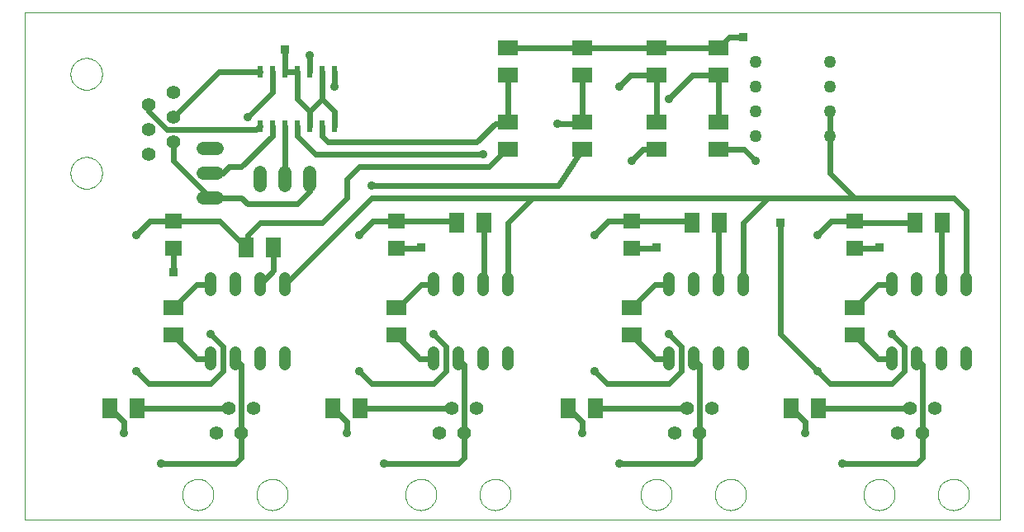
<source format=gtl>
G75*
G70*
%OFA0B0*%
%FSLAX24Y24*%
%IPPOS*%
%LPD*%
%AMOC8*
5,1,8,0,0,1.08239X$1,22.5*
%
%ADD10C,0.0000*%
%ADD11C,0.0480*%
%ADD12R,0.0787X0.0630*%
%ADD13R,0.0630X0.0787*%
%ADD14R,0.0709X0.0630*%
%ADD15C,0.0551*%
%ADD16C,0.0560*%
%ADD17C,0.0500*%
%ADD18C,0.0540*%
%ADD19R,0.0236X0.0472*%
%ADD20C,0.0240*%
%ADD21R,0.0356X0.0356*%
%ADD22C,0.0356*%
D10*
X000704Y003195D02*
X000704Y023691D01*
X040074Y023691D01*
X040074Y003195D01*
X000704Y003195D01*
X007074Y004195D02*
X007076Y004245D01*
X007082Y004295D01*
X007092Y004344D01*
X007106Y004392D01*
X007123Y004439D01*
X007144Y004484D01*
X007169Y004528D01*
X007197Y004569D01*
X007229Y004608D01*
X007263Y004645D01*
X007300Y004679D01*
X007340Y004709D01*
X007382Y004736D01*
X007426Y004760D01*
X007472Y004781D01*
X007519Y004797D01*
X007567Y004810D01*
X007617Y004819D01*
X007666Y004824D01*
X007717Y004825D01*
X007767Y004822D01*
X007816Y004815D01*
X007865Y004804D01*
X007913Y004789D01*
X007959Y004771D01*
X008004Y004749D01*
X008047Y004723D01*
X008088Y004694D01*
X008127Y004662D01*
X008163Y004627D01*
X008195Y004589D01*
X008225Y004549D01*
X008252Y004506D01*
X008275Y004462D01*
X008294Y004416D01*
X008310Y004368D01*
X008322Y004319D01*
X008330Y004270D01*
X008334Y004220D01*
X008334Y004170D01*
X008330Y004120D01*
X008322Y004071D01*
X008310Y004022D01*
X008294Y003974D01*
X008275Y003928D01*
X008252Y003884D01*
X008225Y003841D01*
X008195Y003801D01*
X008163Y003763D01*
X008127Y003728D01*
X008088Y003696D01*
X008047Y003667D01*
X008004Y003641D01*
X007959Y003619D01*
X007913Y003601D01*
X007865Y003586D01*
X007816Y003575D01*
X007767Y003568D01*
X007717Y003565D01*
X007666Y003566D01*
X007617Y003571D01*
X007567Y003580D01*
X007519Y003593D01*
X007472Y003609D01*
X007426Y003630D01*
X007382Y003654D01*
X007340Y003681D01*
X007300Y003711D01*
X007263Y003745D01*
X007229Y003782D01*
X007197Y003821D01*
X007169Y003862D01*
X007144Y003906D01*
X007123Y003951D01*
X007106Y003998D01*
X007092Y004046D01*
X007082Y004095D01*
X007076Y004145D01*
X007074Y004195D01*
X010074Y004195D02*
X010076Y004245D01*
X010082Y004295D01*
X010092Y004344D01*
X010106Y004392D01*
X010123Y004439D01*
X010144Y004484D01*
X010169Y004528D01*
X010197Y004569D01*
X010229Y004608D01*
X010263Y004645D01*
X010300Y004679D01*
X010340Y004709D01*
X010382Y004736D01*
X010426Y004760D01*
X010472Y004781D01*
X010519Y004797D01*
X010567Y004810D01*
X010617Y004819D01*
X010666Y004824D01*
X010717Y004825D01*
X010767Y004822D01*
X010816Y004815D01*
X010865Y004804D01*
X010913Y004789D01*
X010959Y004771D01*
X011004Y004749D01*
X011047Y004723D01*
X011088Y004694D01*
X011127Y004662D01*
X011163Y004627D01*
X011195Y004589D01*
X011225Y004549D01*
X011252Y004506D01*
X011275Y004462D01*
X011294Y004416D01*
X011310Y004368D01*
X011322Y004319D01*
X011330Y004270D01*
X011334Y004220D01*
X011334Y004170D01*
X011330Y004120D01*
X011322Y004071D01*
X011310Y004022D01*
X011294Y003974D01*
X011275Y003928D01*
X011252Y003884D01*
X011225Y003841D01*
X011195Y003801D01*
X011163Y003763D01*
X011127Y003728D01*
X011088Y003696D01*
X011047Y003667D01*
X011004Y003641D01*
X010959Y003619D01*
X010913Y003601D01*
X010865Y003586D01*
X010816Y003575D01*
X010767Y003568D01*
X010717Y003565D01*
X010666Y003566D01*
X010617Y003571D01*
X010567Y003580D01*
X010519Y003593D01*
X010472Y003609D01*
X010426Y003630D01*
X010382Y003654D01*
X010340Y003681D01*
X010300Y003711D01*
X010263Y003745D01*
X010229Y003782D01*
X010197Y003821D01*
X010169Y003862D01*
X010144Y003906D01*
X010123Y003951D01*
X010106Y003998D01*
X010092Y004046D01*
X010082Y004095D01*
X010076Y004145D01*
X010074Y004195D01*
X016074Y004195D02*
X016076Y004245D01*
X016082Y004295D01*
X016092Y004344D01*
X016106Y004392D01*
X016123Y004439D01*
X016144Y004484D01*
X016169Y004528D01*
X016197Y004569D01*
X016229Y004608D01*
X016263Y004645D01*
X016300Y004679D01*
X016340Y004709D01*
X016382Y004736D01*
X016426Y004760D01*
X016472Y004781D01*
X016519Y004797D01*
X016567Y004810D01*
X016617Y004819D01*
X016666Y004824D01*
X016717Y004825D01*
X016767Y004822D01*
X016816Y004815D01*
X016865Y004804D01*
X016913Y004789D01*
X016959Y004771D01*
X017004Y004749D01*
X017047Y004723D01*
X017088Y004694D01*
X017127Y004662D01*
X017163Y004627D01*
X017195Y004589D01*
X017225Y004549D01*
X017252Y004506D01*
X017275Y004462D01*
X017294Y004416D01*
X017310Y004368D01*
X017322Y004319D01*
X017330Y004270D01*
X017334Y004220D01*
X017334Y004170D01*
X017330Y004120D01*
X017322Y004071D01*
X017310Y004022D01*
X017294Y003974D01*
X017275Y003928D01*
X017252Y003884D01*
X017225Y003841D01*
X017195Y003801D01*
X017163Y003763D01*
X017127Y003728D01*
X017088Y003696D01*
X017047Y003667D01*
X017004Y003641D01*
X016959Y003619D01*
X016913Y003601D01*
X016865Y003586D01*
X016816Y003575D01*
X016767Y003568D01*
X016717Y003565D01*
X016666Y003566D01*
X016617Y003571D01*
X016567Y003580D01*
X016519Y003593D01*
X016472Y003609D01*
X016426Y003630D01*
X016382Y003654D01*
X016340Y003681D01*
X016300Y003711D01*
X016263Y003745D01*
X016229Y003782D01*
X016197Y003821D01*
X016169Y003862D01*
X016144Y003906D01*
X016123Y003951D01*
X016106Y003998D01*
X016092Y004046D01*
X016082Y004095D01*
X016076Y004145D01*
X016074Y004195D01*
X019074Y004195D02*
X019076Y004245D01*
X019082Y004295D01*
X019092Y004344D01*
X019106Y004392D01*
X019123Y004439D01*
X019144Y004484D01*
X019169Y004528D01*
X019197Y004569D01*
X019229Y004608D01*
X019263Y004645D01*
X019300Y004679D01*
X019340Y004709D01*
X019382Y004736D01*
X019426Y004760D01*
X019472Y004781D01*
X019519Y004797D01*
X019567Y004810D01*
X019617Y004819D01*
X019666Y004824D01*
X019717Y004825D01*
X019767Y004822D01*
X019816Y004815D01*
X019865Y004804D01*
X019913Y004789D01*
X019959Y004771D01*
X020004Y004749D01*
X020047Y004723D01*
X020088Y004694D01*
X020127Y004662D01*
X020163Y004627D01*
X020195Y004589D01*
X020225Y004549D01*
X020252Y004506D01*
X020275Y004462D01*
X020294Y004416D01*
X020310Y004368D01*
X020322Y004319D01*
X020330Y004270D01*
X020334Y004220D01*
X020334Y004170D01*
X020330Y004120D01*
X020322Y004071D01*
X020310Y004022D01*
X020294Y003974D01*
X020275Y003928D01*
X020252Y003884D01*
X020225Y003841D01*
X020195Y003801D01*
X020163Y003763D01*
X020127Y003728D01*
X020088Y003696D01*
X020047Y003667D01*
X020004Y003641D01*
X019959Y003619D01*
X019913Y003601D01*
X019865Y003586D01*
X019816Y003575D01*
X019767Y003568D01*
X019717Y003565D01*
X019666Y003566D01*
X019617Y003571D01*
X019567Y003580D01*
X019519Y003593D01*
X019472Y003609D01*
X019426Y003630D01*
X019382Y003654D01*
X019340Y003681D01*
X019300Y003711D01*
X019263Y003745D01*
X019229Y003782D01*
X019197Y003821D01*
X019169Y003862D01*
X019144Y003906D01*
X019123Y003951D01*
X019106Y003998D01*
X019092Y004046D01*
X019082Y004095D01*
X019076Y004145D01*
X019074Y004195D01*
X025574Y004195D02*
X025576Y004245D01*
X025582Y004295D01*
X025592Y004344D01*
X025606Y004392D01*
X025623Y004439D01*
X025644Y004484D01*
X025669Y004528D01*
X025697Y004569D01*
X025729Y004608D01*
X025763Y004645D01*
X025800Y004679D01*
X025840Y004709D01*
X025882Y004736D01*
X025926Y004760D01*
X025972Y004781D01*
X026019Y004797D01*
X026067Y004810D01*
X026117Y004819D01*
X026166Y004824D01*
X026217Y004825D01*
X026267Y004822D01*
X026316Y004815D01*
X026365Y004804D01*
X026413Y004789D01*
X026459Y004771D01*
X026504Y004749D01*
X026547Y004723D01*
X026588Y004694D01*
X026627Y004662D01*
X026663Y004627D01*
X026695Y004589D01*
X026725Y004549D01*
X026752Y004506D01*
X026775Y004462D01*
X026794Y004416D01*
X026810Y004368D01*
X026822Y004319D01*
X026830Y004270D01*
X026834Y004220D01*
X026834Y004170D01*
X026830Y004120D01*
X026822Y004071D01*
X026810Y004022D01*
X026794Y003974D01*
X026775Y003928D01*
X026752Y003884D01*
X026725Y003841D01*
X026695Y003801D01*
X026663Y003763D01*
X026627Y003728D01*
X026588Y003696D01*
X026547Y003667D01*
X026504Y003641D01*
X026459Y003619D01*
X026413Y003601D01*
X026365Y003586D01*
X026316Y003575D01*
X026267Y003568D01*
X026217Y003565D01*
X026166Y003566D01*
X026117Y003571D01*
X026067Y003580D01*
X026019Y003593D01*
X025972Y003609D01*
X025926Y003630D01*
X025882Y003654D01*
X025840Y003681D01*
X025800Y003711D01*
X025763Y003745D01*
X025729Y003782D01*
X025697Y003821D01*
X025669Y003862D01*
X025644Y003906D01*
X025623Y003951D01*
X025606Y003998D01*
X025592Y004046D01*
X025582Y004095D01*
X025576Y004145D01*
X025574Y004195D01*
X028574Y004195D02*
X028576Y004245D01*
X028582Y004295D01*
X028592Y004344D01*
X028606Y004392D01*
X028623Y004439D01*
X028644Y004484D01*
X028669Y004528D01*
X028697Y004569D01*
X028729Y004608D01*
X028763Y004645D01*
X028800Y004679D01*
X028840Y004709D01*
X028882Y004736D01*
X028926Y004760D01*
X028972Y004781D01*
X029019Y004797D01*
X029067Y004810D01*
X029117Y004819D01*
X029166Y004824D01*
X029217Y004825D01*
X029267Y004822D01*
X029316Y004815D01*
X029365Y004804D01*
X029413Y004789D01*
X029459Y004771D01*
X029504Y004749D01*
X029547Y004723D01*
X029588Y004694D01*
X029627Y004662D01*
X029663Y004627D01*
X029695Y004589D01*
X029725Y004549D01*
X029752Y004506D01*
X029775Y004462D01*
X029794Y004416D01*
X029810Y004368D01*
X029822Y004319D01*
X029830Y004270D01*
X029834Y004220D01*
X029834Y004170D01*
X029830Y004120D01*
X029822Y004071D01*
X029810Y004022D01*
X029794Y003974D01*
X029775Y003928D01*
X029752Y003884D01*
X029725Y003841D01*
X029695Y003801D01*
X029663Y003763D01*
X029627Y003728D01*
X029588Y003696D01*
X029547Y003667D01*
X029504Y003641D01*
X029459Y003619D01*
X029413Y003601D01*
X029365Y003586D01*
X029316Y003575D01*
X029267Y003568D01*
X029217Y003565D01*
X029166Y003566D01*
X029117Y003571D01*
X029067Y003580D01*
X029019Y003593D01*
X028972Y003609D01*
X028926Y003630D01*
X028882Y003654D01*
X028840Y003681D01*
X028800Y003711D01*
X028763Y003745D01*
X028729Y003782D01*
X028697Y003821D01*
X028669Y003862D01*
X028644Y003906D01*
X028623Y003951D01*
X028606Y003998D01*
X028592Y004046D01*
X028582Y004095D01*
X028576Y004145D01*
X028574Y004195D01*
X034574Y004195D02*
X034576Y004245D01*
X034582Y004295D01*
X034592Y004344D01*
X034606Y004392D01*
X034623Y004439D01*
X034644Y004484D01*
X034669Y004528D01*
X034697Y004569D01*
X034729Y004608D01*
X034763Y004645D01*
X034800Y004679D01*
X034840Y004709D01*
X034882Y004736D01*
X034926Y004760D01*
X034972Y004781D01*
X035019Y004797D01*
X035067Y004810D01*
X035117Y004819D01*
X035166Y004824D01*
X035217Y004825D01*
X035267Y004822D01*
X035316Y004815D01*
X035365Y004804D01*
X035413Y004789D01*
X035459Y004771D01*
X035504Y004749D01*
X035547Y004723D01*
X035588Y004694D01*
X035627Y004662D01*
X035663Y004627D01*
X035695Y004589D01*
X035725Y004549D01*
X035752Y004506D01*
X035775Y004462D01*
X035794Y004416D01*
X035810Y004368D01*
X035822Y004319D01*
X035830Y004270D01*
X035834Y004220D01*
X035834Y004170D01*
X035830Y004120D01*
X035822Y004071D01*
X035810Y004022D01*
X035794Y003974D01*
X035775Y003928D01*
X035752Y003884D01*
X035725Y003841D01*
X035695Y003801D01*
X035663Y003763D01*
X035627Y003728D01*
X035588Y003696D01*
X035547Y003667D01*
X035504Y003641D01*
X035459Y003619D01*
X035413Y003601D01*
X035365Y003586D01*
X035316Y003575D01*
X035267Y003568D01*
X035217Y003565D01*
X035166Y003566D01*
X035117Y003571D01*
X035067Y003580D01*
X035019Y003593D01*
X034972Y003609D01*
X034926Y003630D01*
X034882Y003654D01*
X034840Y003681D01*
X034800Y003711D01*
X034763Y003745D01*
X034729Y003782D01*
X034697Y003821D01*
X034669Y003862D01*
X034644Y003906D01*
X034623Y003951D01*
X034606Y003998D01*
X034592Y004046D01*
X034582Y004095D01*
X034576Y004145D01*
X034574Y004195D01*
X037574Y004195D02*
X037576Y004245D01*
X037582Y004295D01*
X037592Y004344D01*
X037606Y004392D01*
X037623Y004439D01*
X037644Y004484D01*
X037669Y004528D01*
X037697Y004569D01*
X037729Y004608D01*
X037763Y004645D01*
X037800Y004679D01*
X037840Y004709D01*
X037882Y004736D01*
X037926Y004760D01*
X037972Y004781D01*
X038019Y004797D01*
X038067Y004810D01*
X038117Y004819D01*
X038166Y004824D01*
X038217Y004825D01*
X038267Y004822D01*
X038316Y004815D01*
X038365Y004804D01*
X038413Y004789D01*
X038459Y004771D01*
X038504Y004749D01*
X038547Y004723D01*
X038588Y004694D01*
X038627Y004662D01*
X038663Y004627D01*
X038695Y004589D01*
X038725Y004549D01*
X038752Y004506D01*
X038775Y004462D01*
X038794Y004416D01*
X038810Y004368D01*
X038822Y004319D01*
X038830Y004270D01*
X038834Y004220D01*
X038834Y004170D01*
X038830Y004120D01*
X038822Y004071D01*
X038810Y004022D01*
X038794Y003974D01*
X038775Y003928D01*
X038752Y003884D01*
X038725Y003841D01*
X038695Y003801D01*
X038663Y003763D01*
X038627Y003728D01*
X038588Y003696D01*
X038547Y003667D01*
X038504Y003641D01*
X038459Y003619D01*
X038413Y003601D01*
X038365Y003586D01*
X038316Y003575D01*
X038267Y003568D01*
X038217Y003565D01*
X038166Y003566D01*
X038117Y003571D01*
X038067Y003580D01*
X038019Y003593D01*
X037972Y003609D01*
X037926Y003630D01*
X037882Y003654D01*
X037840Y003681D01*
X037800Y003711D01*
X037763Y003745D01*
X037729Y003782D01*
X037697Y003821D01*
X037669Y003862D01*
X037644Y003906D01*
X037623Y003951D01*
X037606Y003998D01*
X037592Y004046D01*
X037582Y004095D01*
X037576Y004145D01*
X037574Y004195D01*
X002564Y017195D02*
X002566Y017245D01*
X002572Y017295D01*
X002582Y017344D01*
X002595Y017393D01*
X002613Y017440D01*
X002634Y017486D01*
X002658Y017529D01*
X002686Y017571D01*
X002717Y017611D01*
X002751Y017648D01*
X002788Y017682D01*
X002828Y017713D01*
X002870Y017741D01*
X002913Y017765D01*
X002959Y017786D01*
X003006Y017804D01*
X003055Y017817D01*
X003104Y017827D01*
X003154Y017833D01*
X003204Y017835D01*
X003254Y017833D01*
X003304Y017827D01*
X003353Y017817D01*
X003402Y017804D01*
X003449Y017786D01*
X003495Y017765D01*
X003538Y017741D01*
X003580Y017713D01*
X003620Y017682D01*
X003657Y017648D01*
X003691Y017611D01*
X003722Y017571D01*
X003750Y017529D01*
X003774Y017486D01*
X003795Y017440D01*
X003813Y017393D01*
X003826Y017344D01*
X003836Y017295D01*
X003842Y017245D01*
X003844Y017195D01*
X003842Y017145D01*
X003836Y017095D01*
X003826Y017046D01*
X003813Y016997D01*
X003795Y016950D01*
X003774Y016904D01*
X003750Y016861D01*
X003722Y016819D01*
X003691Y016779D01*
X003657Y016742D01*
X003620Y016708D01*
X003580Y016677D01*
X003538Y016649D01*
X003495Y016625D01*
X003449Y016604D01*
X003402Y016586D01*
X003353Y016573D01*
X003304Y016563D01*
X003254Y016557D01*
X003204Y016555D01*
X003154Y016557D01*
X003104Y016563D01*
X003055Y016573D01*
X003006Y016586D01*
X002959Y016604D01*
X002913Y016625D01*
X002870Y016649D01*
X002828Y016677D01*
X002788Y016708D01*
X002751Y016742D01*
X002717Y016779D01*
X002686Y016819D01*
X002658Y016861D01*
X002634Y016904D01*
X002613Y016950D01*
X002595Y016997D01*
X002582Y017046D01*
X002572Y017095D01*
X002566Y017145D01*
X002564Y017195D01*
X002564Y021195D02*
X002566Y021245D01*
X002572Y021295D01*
X002582Y021344D01*
X002595Y021393D01*
X002613Y021440D01*
X002634Y021486D01*
X002658Y021529D01*
X002686Y021571D01*
X002717Y021611D01*
X002751Y021648D01*
X002788Y021682D01*
X002828Y021713D01*
X002870Y021741D01*
X002913Y021765D01*
X002959Y021786D01*
X003006Y021804D01*
X003055Y021817D01*
X003104Y021827D01*
X003154Y021833D01*
X003204Y021835D01*
X003254Y021833D01*
X003304Y021827D01*
X003353Y021817D01*
X003402Y021804D01*
X003449Y021786D01*
X003495Y021765D01*
X003538Y021741D01*
X003580Y021713D01*
X003620Y021682D01*
X003657Y021648D01*
X003691Y021611D01*
X003722Y021571D01*
X003750Y021529D01*
X003774Y021486D01*
X003795Y021440D01*
X003813Y021393D01*
X003826Y021344D01*
X003836Y021295D01*
X003842Y021245D01*
X003844Y021195D01*
X003842Y021145D01*
X003836Y021095D01*
X003826Y021046D01*
X003813Y020997D01*
X003795Y020950D01*
X003774Y020904D01*
X003750Y020861D01*
X003722Y020819D01*
X003691Y020779D01*
X003657Y020742D01*
X003620Y020708D01*
X003580Y020677D01*
X003538Y020649D01*
X003495Y020625D01*
X003449Y020604D01*
X003402Y020586D01*
X003353Y020573D01*
X003304Y020563D01*
X003254Y020557D01*
X003204Y020555D01*
X003154Y020557D01*
X003104Y020563D01*
X003055Y020573D01*
X003006Y020586D01*
X002959Y020604D01*
X002913Y020625D01*
X002870Y020649D01*
X002828Y020677D01*
X002788Y020708D01*
X002751Y020742D01*
X002717Y020779D01*
X002686Y020819D01*
X002658Y020861D01*
X002634Y020904D01*
X002613Y020950D01*
X002595Y020997D01*
X002582Y021046D01*
X002572Y021095D01*
X002566Y021145D01*
X002564Y021195D01*
D11*
X008204Y012935D02*
X008204Y012455D01*
X009204Y012455D02*
X009204Y012935D01*
X010204Y012935D02*
X010204Y012455D01*
X011204Y012455D02*
X011204Y012935D01*
X011204Y009935D02*
X011204Y009455D01*
X010204Y009455D02*
X010204Y009935D01*
X009204Y009935D02*
X009204Y009455D01*
X008204Y009455D02*
X008204Y009935D01*
X017204Y009935D02*
X017204Y009455D01*
X018204Y009455D02*
X018204Y009935D01*
X019204Y009935D02*
X019204Y009455D01*
X020204Y009455D02*
X020204Y009935D01*
X020204Y012455D02*
X020204Y012935D01*
X019204Y012935D02*
X019204Y012455D01*
X018204Y012455D02*
X018204Y012935D01*
X017204Y012935D02*
X017204Y012455D01*
X026704Y012455D02*
X026704Y012935D01*
X027704Y012935D02*
X027704Y012455D01*
X028704Y012455D02*
X028704Y012935D01*
X029704Y012935D02*
X029704Y012455D01*
X029704Y009935D02*
X029704Y009455D01*
X028704Y009455D02*
X028704Y009935D01*
X027704Y009935D02*
X027704Y009455D01*
X026704Y009455D02*
X026704Y009935D01*
X035704Y009935D02*
X035704Y009455D01*
X036704Y009455D02*
X036704Y009935D01*
X037704Y009935D02*
X037704Y009455D01*
X038704Y009455D02*
X038704Y009935D01*
X038704Y012455D02*
X038704Y012935D01*
X037704Y012935D02*
X037704Y012455D01*
X036704Y012455D02*
X036704Y012935D01*
X035704Y012935D02*
X035704Y012455D01*
D12*
X034204Y011746D03*
X034204Y010644D03*
X025204Y010644D03*
X025204Y011746D03*
X015704Y011746D03*
X015704Y010644D03*
X006704Y010644D03*
X006704Y011746D03*
X020204Y018144D03*
X020204Y019246D03*
X023204Y019246D03*
X023204Y018144D03*
X026204Y018144D03*
X026204Y019246D03*
X028704Y019246D03*
X028704Y018144D03*
X028704Y021144D03*
X028704Y022246D03*
X026204Y022246D03*
X026204Y021144D03*
X023204Y021144D03*
X023204Y022246D03*
X020204Y022246D03*
X020204Y021144D03*
D13*
X019255Y015195D03*
X018153Y015195D03*
X010755Y014195D03*
X009653Y014195D03*
X013153Y007695D03*
X014255Y007695D03*
X022653Y007695D03*
X023755Y007695D03*
X031653Y007695D03*
X032755Y007695D03*
X036653Y015195D03*
X037755Y015195D03*
X028755Y015195D03*
X027653Y015195D03*
X005255Y007695D03*
X004153Y007695D03*
D14*
X006704Y014144D03*
X006704Y015246D03*
X015704Y015246D03*
X015704Y014144D03*
X025204Y014144D03*
X025204Y015246D03*
X034204Y015246D03*
X034204Y014144D03*
D15*
X006704Y018445D03*
X005704Y017945D03*
X005704Y018945D03*
X006704Y019445D03*
X005704Y019945D03*
X006704Y020445D03*
D16*
X008954Y007695D03*
X009954Y007695D03*
X009454Y006695D03*
X008454Y006695D03*
X017454Y006695D03*
X018454Y006695D03*
X018954Y007695D03*
X017954Y007695D03*
X026954Y006695D03*
X027954Y006695D03*
X028454Y007695D03*
X027454Y007695D03*
X035954Y006695D03*
X036954Y006695D03*
X037454Y007695D03*
X036454Y007695D03*
D17*
X033204Y018695D03*
X033204Y019695D03*
X033204Y020695D03*
X033204Y021695D03*
X030204Y021695D03*
X030204Y020695D03*
X030204Y019695D03*
X030204Y018695D03*
D18*
X012204Y017215D02*
X012204Y016675D01*
X011204Y016675D02*
X011204Y017215D01*
X010204Y017215D02*
X010204Y016675D01*
X008474Y016195D02*
X007934Y016195D01*
X007934Y017195D02*
X008474Y017195D01*
X008474Y018195D02*
X007934Y018195D01*
D19*
X010204Y019093D03*
X010704Y019093D03*
X011204Y019093D03*
X011704Y019093D03*
X012204Y019093D03*
X012704Y019093D03*
X013204Y019093D03*
X013204Y021297D03*
X012704Y021297D03*
X012204Y021297D03*
X011704Y021297D03*
X011204Y021297D03*
X010704Y021297D03*
X010204Y021297D03*
D20*
X008556Y021297D01*
X006704Y019445D01*
X006454Y018945D02*
X010056Y018945D01*
X010204Y019093D01*
X010704Y019093D02*
X010704Y018695D01*
X009454Y017445D01*
X008954Y017445D01*
X008704Y017195D01*
X008204Y017195D01*
X008204Y016195D02*
X006704Y017695D01*
X006704Y018445D01*
X006454Y018945D02*
X005704Y019695D01*
X005704Y019945D01*
X009704Y019445D02*
X010704Y020445D01*
X010704Y021297D01*
X011204Y021297D02*
X011204Y022195D01*
X011204Y021297D02*
X011704Y021297D01*
X011704Y020195D01*
X012204Y019695D01*
X012704Y020195D01*
X013204Y019695D01*
X013204Y019093D01*
X012704Y019093D02*
X012704Y018695D01*
X012954Y018445D01*
X018954Y018445D01*
X019704Y019195D01*
X020153Y019195D01*
X020204Y019246D01*
X020204Y019195D01*
X020204Y019246D02*
X020204Y021144D01*
X020204Y022246D02*
X023204Y022246D01*
X026204Y022246D01*
X028704Y022246D01*
X029153Y022695D01*
X029704Y022695D01*
X028704Y021144D02*
X027653Y021144D01*
X026704Y020195D01*
X026204Y021144D02*
X026204Y019246D01*
X026204Y018144D02*
X025653Y018144D01*
X025204Y017695D01*
X023204Y018144D02*
X022255Y016695D01*
X014704Y016695D01*
X014704Y016195D02*
X021204Y016195D01*
X020204Y015195D01*
X020204Y012695D01*
X019255Y012746D02*
X019255Y015195D01*
X018153Y015195D02*
X018101Y015246D01*
X015704Y015246D01*
X014755Y015246D01*
X014204Y014695D01*
X015704Y014144D02*
X016653Y014144D01*
X016704Y014195D01*
X016704Y012695D02*
X017204Y012695D01*
X016704Y012695D02*
X015704Y011695D01*
X015704Y011746D01*
X015704Y010644D02*
X016653Y009695D01*
X017204Y009695D01*
X017704Y009195D02*
X017704Y010195D01*
X017204Y010695D01*
X018204Y009695D02*
X018454Y009445D01*
X018454Y006695D01*
X018454Y005695D01*
X018204Y005445D01*
X015204Y005445D01*
X013704Y006695D02*
X013704Y007144D01*
X013153Y007695D01*
X014255Y007695D02*
X017954Y007695D01*
X017204Y008695D02*
X017704Y009195D01*
X017204Y008695D02*
X014704Y008695D01*
X014204Y009195D01*
X009454Y009445D02*
X009454Y006695D01*
X009454Y005695D01*
X009204Y005445D01*
X006204Y005445D01*
X004704Y006695D02*
X004704Y007144D01*
X004153Y007695D01*
X005255Y007695D02*
X008954Y007695D01*
X008204Y008695D02*
X008704Y009195D01*
X008704Y010195D01*
X008204Y010695D01*
X008204Y009695D02*
X007653Y009695D01*
X006704Y010644D01*
X006704Y011746D02*
X007653Y012695D01*
X008204Y012695D01*
X006704Y013195D02*
X006704Y014144D01*
X006704Y015246D02*
X005755Y015246D01*
X005204Y014695D01*
X006704Y015246D02*
X008601Y015246D01*
X009653Y014195D01*
X009704Y014246D01*
X009704Y014695D01*
X010204Y015195D01*
X012704Y015195D01*
X013704Y016195D01*
X013704Y016945D01*
X014204Y017445D01*
X019454Y017445D01*
X020153Y018144D01*
X020204Y018144D01*
X019204Y017945D02*
X012454Y017945D01*
X011704Y018695D01*
X011704Y019093D01*
X011204Y019093D02*
X011204Y016945D01*
X012204Y016945D02*
X012204Y016445D01*
X011704Y015945D01*
X009704Y015945D01*
X009454Y016195D01*
X008204Y016195D01*
X010755Y014195D02*
X010755Y013246D01*
X010204Y012695D01*
X011204Y012695D02*
X014704Y016195D01*
X012204Y019093D02*
X012204Y019695D01*
X012704Y020195D02*
X012704Y021297D01*
X013204Y021297D02*
X013204Y020695D01*
X012204Y021297D02*
X012204Y021945D01*
X022204Y019195D02*
X023153Y019195D01*
X023204Y019246D01*
X023204Y021144D01*
X024704Y020695D02*
X025153Y021144D01*
X026204Y021144D01*
X028704Y021144D02*
X028704Y019246D01*
X028704Y019195D01*
X028704Y018144D02*
X029755Y018144D01*
X030204Y017695D01*
X030704Y016195D02*
X029704Y015195D01*
X029704Y012695D01*
X028704Y012695D02*
X028704Y015144D01*
X028755Y015195D01*
X027653Y015195D02*
X027601Y015246D01*
X025204Y015246D01*
X024255Y015246D01*
X023704Y014695D01*
X025204Y014144D02*
X026153Y014144D01*
X026204Y014195D01*
X026153Y012695D02*
X026704Y012695D01*
X026153Y012695D02*
X025204Y011746D01*
X025204Y010644D02*
X026153Y009695D01*
X026704Y009695D01*
X027204Y009195D02*
X027204Y010195D01*
X026704Y010695D01*
X027704Y009695D02*
X027954Y009445D01*
X027954Y006695D01*
X027954Y005695D01*
X027704Y005445D01*
X024704Y005445D01*
X023204Y006695D02*
X023204Y007144D01*
X022653Y007695D01*
X023755Y007695D02*
X027454Y007695D01*
X026704Y008695D02*
X027204Y009195D01*
X026704Y008695D02*
X024204Y008695D01*
X023704Y009195D01*
X019255Y012746D02*
X019204Y012695D01*
X021204Y016195D02*
X021704Y016195D01*
X030704Y016195D01*
X034204Y016195D01*
X033204Y017195D01*
X033204Y018695D01*
X033204Y019695D01*
X034204Y016195D02*
X038204Y016195D01*
X038704Y015695D01*
X038704Y012695D01*
X037704Y012695D02*
X037704Y015195D01*
X037755Y015195D01*
X036653Y015195D02*
X034255Y015195D01*
X034204Y015246D01*
X033255Y015246D01*
X032704Y014695D01*
X031204Y015195D02*
X031204Y010695D01*
X032704Y009195D01*
X033204Y008695D01*
X035704Y008695D01*
X036204Y009195D01*
X036204Y010195D01*
X035704Y010695D01*
X035704Y009695D02*
X035153Y009695D01*
X034204Y010644D01*
X034204Y011746D02*
X035153Y012695D01*
X035704Y012695D01*
X035153Y014144D02*
X034204Y014144D01*
X035153Y014144D02*
X035204Y014195D01*
X036704Y009695D02*
X036954Y009445D01*
X036954Y006695D01*
X036954Y005695D01*
X036704Y005445D01*
X033704Y005445D01*
X032204Y006695D02*
X032204Y007144D01*
X031653Y007695D01*
X032755Y007695D02*
X036454Y007695D01*
X009454Y009445D02*
X009204Y009695D01*
X008204Y008695D02*
X005704Y008695D01*
X005204Y009195D01*
D21*
X006704Y013195D03*
X016704Y014195D03*
X026204Y014195D03*
X031204Y015195D03*
X035204Y014195D03*
X029704Y022695D03*
X011204Y022195D03*
D22*
X012204Y021945D03*
X013204Y020695D03*
X009704Y019445D03*
X014704Y016695D03*
X014204Y014695D03*
X019204Y017945D03*
X022204Y019195D03*
X024704Y020695D03*
X026704Y020195D03*
X025204Y017695D03*
X030204Y017695D03*
X032704Y014695D03*
X035704Y010695D03*
X032704Y009195D03*
X032204Y006695D03*
X033704Y005445D03*
X026704Y010695D03*
X023704Y009195D03*
X023204Y006695D03*
X024704Y005445D03*
X017204Y010695D03*
X014204Y009195D03*
X013704Y006695D03*
X015204Y005445D03*
X008204Y010695D03*
X005204Y009195D03*
X004704Y006695D03*
X006204Y005445D03*
X005204Y014695D03*
X023704Y014695D03*
M02*

</source>
